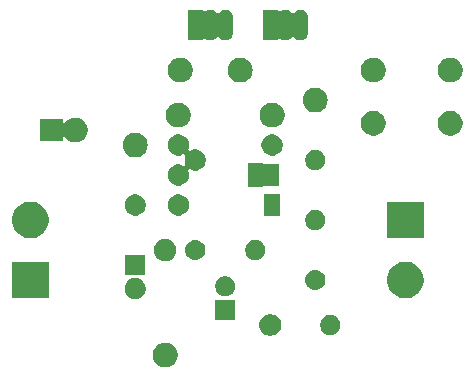
<source format=gbs>
G04 #@! TF.GenerationSoftware,KiCad,Pcbnew,(5.1.2)-2*
G04 #@! TF.CreationDate,2019-08-24T11:53:36+07:00*
G04 #@! TF.ProjectId,siren_sound,73697265-6e5f-4736-9f75-6e642e6b6963,rev?*
G04 #@! TF.SameCoordinates,Original*
G04 #@! TF.FileFunction,Soldermask,Bot*
G04 #@! TF.FilePolarity,Negative*
%FSLAX46Y46*%
G04 Gerber Fmt 4.6, Leading zero omitted, Abs format (unit mm)*
G04 Created by KiCad (PCBNEW (5.1.2)-2) date 2019-08-24 11:53:36*
%MOMM*%
%LPD*%
G04 APERTURE LIST*
%ADD10C,0.100000*%
G04 APERTURE END LIST*
D10*
G36*
X65076564Y-105669389D02*
G01*
X65267833Y-105748615D01*
X65267835Y-105748616D01*
X65439973Y-105863635D01*
X65586365Y-106010027D01*
X65701385Y-106182167D01*
X65780611Y-106373436D01*
X65821000Y-106576484D01*
X65821000Y-106783516D01*
X65780611Y-106986564D01*
X65701385Y-107177833D01*
X65701384Y-107177835D01*
X65586365Y-107349973D01*
X65439973Y-107496365D01*
X65267835Y-107611384D01*
X65267834Y-107611385D01*
X65267833Y-107611385D01*
X65076564Y-107690611D01*
X64873516Y-107731000D01*
X64666484Y-107731000D01*
X64463436Y-107690611D01*
X64272167Y-107611385D01*
X64272166Y-107611385D01*
X64272165Y-107611384D01*
X64100027Y-107496365D01*
X63953635Y-107349973D01*
X63838616Y-107177835D01*
X63838615Y-107177833D01*
X63759389Y-106986564D01*
X63719000Y-106783516D01*
X63719000Y-106576484D01*
X63759389Y-106373436D01*
X63838615Y-106182167D01*
X63953635Y-106010027D01*
X64100027Y-105863635D01*
X64272165Y-105748616D01*
X64272167Y-105748615D01*
X64463436Y-105669389D01*
X64666484Y-105629000D01*
X64873516Y-105629000D01*
X65076564Y-105669389D01*
X65076564Y-105669389D01*
G37*
G36*
X73894667Y-103261892D02*
G01*
X74062621Y-103312840D01*
X74217408Y-103395576D01*
X74353080Y-103506920D01*
X74464424Y-103642592D01*
X74547160Y-103797379D01*
X74598108Y-103965333D01*
X74615311Y-104140000D01*
X74598108Y-104314667D01*
X74547160Y-104482621D01*
X74464424Y-104637408D01*
X74353080Y-104773080D01*
X74217408Y-104884424D01*
X74062621Y-104967160D01*
X73894667Y-105018108D01*
X73763771Y-105031000D01*
X73556229Y-105031000D01*
X73425333Y-105018108D01*
X73257379Y-104967160D01*
X73102592Y-104884424D01*
X72966920Y-104773080D01*
X72855576Y-104637408D01*
X72772840Y-104482621D01*
X72721892Y-104314667D01*
X72704689Y-104140000D01*
X72721892Y-103965333D01*
X72772840Y-103797379D01*
X72855576Y-103642592D01*
X72966920Y-103506920D01*
X73102592Y-103395576D01*
X73257379Y-103312840D01*
X73425333Y-103261892D01*
X73556229Y-103249000D01*
X73763771Y-103249000D01*
X73894667Y-103261892D01*
X73894667Y-103261892D01*
G37*
G36*
X78988228Y-103321703D02*
G01*
X79143100Y-103385853D01*
X79282481Y-103478985D01*
X79401015Y-103597519D01*
X79494147Y-103736900D01*
X79558297Y-103891772D01*
X79591000Y-104056184D01*
X79591000Y-104223816D01*
X79558297Y-104388228D01*
X79494147Y-104543100D01*
X79401015Y-104682481D01*
X79282481Y-104801015D01*
X79143100Y-104894147D01*
X78988228Y-104958297D01*
X78823816Y-104991000D01*
X78656184Y-104991000D01*
X78491772Y-104958297D01*
X78336900Y-104894147D01*
X78197519Y-104801015D01*
X78078985Y-104682481D01*
X77985853Y-104543100D01*
X77921703Y-104388228D01*
X77889000Y-104223816D01*
X77889000Y-104056184D01*
X77921703Y-103891772D01*
X77985853Y-103736900D01*
X78078985Y-103597519D01*
X78197519Y-103478985D01*
X78336900Y-103385853D01*
X78491772Y-103321703D01*
X78656184Y-103289000D01*
X78823816Y-103289000D01*
X78988228Y-103321703D01*
X78988228Y-103321703D01*
G37*
G36*
X70701000Y-103721000D02*
G01*
X68999000Y-103721000D01*
X68999000Y-102019000D01*
X70701000Y-102019000D01*
X70701000Y-103721000D01*
X70701000Y-103721000D01*
G37*
G36*
X62237164Y-100105445D02*
G01*
X62252709Y-100124387D01*
X62271651Y-100139932D01*
X62293262Y-100151483D01*
X62316711Y-100158596D01*
X62339731Y-100163175D01*
X62492812Y-100193624D01*
X62656784Y-100261544D01*
X62804354Y-100360147D01*
X62929853Y-100485646D01*
X63028456Y-100633216D01*
X63096376Y-100797188D01*
X63123720Y-100934659D01*
X63127531Y-100953816D01*
X63131000Y-100971259D01*
X63131000Y-101148741D01*
X63096376Y-101322812D01*
X63028456Y-101486784D01*
X62929853Y-101634354D01*
X62804354Y-101759853D01*
X62656784Y-101858456D01*
X62492812Y-101926376D01*
X62343512Y-101956073D01*
X62318742Y-101961000D01*
X62141258Y-101961000D01*
X62116488Y-101956073D01*
X61967188Y-101926376D01*
X61803216Y-101858456D01*
X61655646Y-101759853D01*
X61530147Y-101634354D01*
X61431544Y-101486784D01*
X61363624Y-101322812D01*
X61329000Y-101148741D01*
X61329000Y-100971259D01*
X61332470Y-100953816D01*
X61336280Y-100934659D01*
X61363624Y-100797188D01*
X61431544Y-100633216D01*
X61530147Y-100485646D01*
X61655646Y-100360147D01*
X61803216Y-100261544D01*
X61967188Y-100193624D01*
X62120269Y-100163175D01*
X62143289Y-100158596D01*
X62166738Y-100151483D01*
X62188349Y-100139932D01*
X62207291Y-100124386D01*
X62222836Y-100105444D01*
X62230000Y-100092042D01*
X62237164Y-100105445D01*
X62237164Y-100105445D01*
G37*
G36*
X85392585Y-98808802D02*
G01*
X85542410Y-98838604D01*
X85824674Y-98955521D01*
X86078705Y-99125259D01*
X86294741Y-99341295D01*
X86464479Y-99595326D01*
X86581396Y-99877590D01*
X86588519Y-99913402D01*
X86637292Y-100158596D01*
X86641000Y-100177240D01*
X86641000Y-100482760D01*
X86581396Y-100782410D01*
X86464479Y-101064674D01*
X86294741Y-101318705D01*
X86078705Y-101534741D01*
X85824674Y-101704479D01*
X85542410Y-101821396D01*
X85392585Y-101851198D01*
X85242761Y-101881000D01*
X84937239Y-101881000D01*
X84787415Y-101851198D01*
X84637590Y-101821396D01*
X84355326Y-101704479D01*
X84101295Y-101534741D01*
X83885259Y-101318705D01*
X83715521Y-101064674D01*
X83598604Y-100782410D01*
X83539000Y-100482760D01*
X83539000Y-100177240D01*
X83542709Y-100158596D01*
X83591481Y-99913402D01*
X83598604Y-99877590D01*
X83715521Y-99595326D01*
X83885259Y-99341295D01*
X84101295Y-99125259D01*
X84355326Y-98955521D01*
X84637590Y-98838604D01*
X84787415Y-98808802D01*
X84937239Y-98779000D01*
X85242761Y-98779000D01*
X85392585Y-98808802D01*
X85392585Y-98808802D01*
G37*
G36*
X54891000Y-101881000D02*
G01*
X51789000Y-101881000D01*
X51789000Y-98779000D01*
X54891000Y-98779000D01*
X54891000Y-101881000D01*
X54891000Y-101881000D01*
G37*
G36*
X70098228Y-100051703D02*
G01*
X70253100Y-100115853D01*
X70392481Y-100208985D01*
X70511015Y-100327519D01*
X70604147Y-100466900D01*
X70668297Y-100621772D01*
X70701000Y-100786184D01*
X70701000Y-100953816D01*
X70668297Y-101118228D01*
X70604147Y-101273100D01*
X70511015Y-101412481D01*
X70392481Y-101531015D01*
X70253100Y-101624147D01*
X70098228Y-101688297D01*
X69933816Y-101721000D01*
X69766184Y-101721000D01*
X69601772Y-101688297D01*
X69446900Y-101624147D01*
X69307519Y-101531015D01*
X69188985Y-101412481D01*
X69095853Y-101273100D01*
X69031703Y-101118228D01*
X68999000Y-100953816D01*
X68999000Y-100786184D01*
X69031703Y-100621772D01*
X69095853Y-100466900D01*
X69188985Y-100327519D01*
X69307519Y-100208985D01*
X69446900Y-100115853D01*
X69601772Y-100051703D01*
X69766184Y-100019000D01*
X69933816Y-100019000D01*
X70098228Y-100051703D01*
X70098228Y-100051703D01*
G37*
G36*
X77636823Y-99491313D02*
G01*
X77797242Y-99539976D01*
X77900794Y-99595326D01*
X77945078Y-99618996D01*
X78074659Y-99725341D01*
X78181004Y-99854922D01*
X78181005Y-99854924D01*
X78260024Y-100002758D01*
X78308687Y-100163177D01*
X78325117Y-100330000D01*
X78308687Y-100496823D01*
X78260024Y-100657242D01*
X78193121Y-100782409D01*
X78181004Y-100805078D01*
X78074659Y-100934659D01*
X77945078Y-101041004D01*
X77945076Y-101041005D01*
X77797242Y-101120024D01*
X77636823Y-101168687D01*
X77511804Y-101181000D01*
X77428196Y-101181000D01*
X77303177Y-101168687D01*
X77142758Y-101120024D01*
X76994924Y-101041005D01*
X76994922Y-101041004D01*
X76865341Y-100934659D01*
X76758996Y-100805078D01*
X76746879Y-100782409D01*
X76679976Y-100657242D01*
X76631313Y-100496823D01*
X76614883Y-100330000D01*
X76631313Y-100163177D01*
X76679976Y-100002758D01*
X76758995Y-99854924D01*
X76758996Y-99854922D01*
X76865341Y-99725341D01*
X76994922Y-99618996D01*
X77039206Y-99595326D01*
X77142758Y-99539976D01*
X77303177Y-99491313D01*
X77428196Y-99479000D01*
X77511804Y-99479000D01*
X77636823Y-99491313D01*
X77636823Y-99491313D01*
G37*
G36*
X63081000Y-99911000D02*
G01*
X62341097Y-99911000D01*
X62316711Y-99913402D01*
X62293262Y-99920515D01*
X62271651Y-99932066D01*
X62252709Y-99947611D01*
X62237164Y-99966553D01*
X62230000Y-99979956D01*
X62222836Y-99966553D01*
X62207290Y-99947611D01*
X62188348Y-99932066D01*
X62166738Y-99920515D01*
X62143289Y-99913402D01*
X62118903Y-99911000D01*
X61379000Y-99911000D01*
X61379000Y-98209000D01*
X63081000Y-98209000D01*
X63081000Y-99911000D01*
X63081000Y-99911000D01*
G37*
G36*
X65047395Y-96875546D02*
G01*
X65220466Y-96947234D01*
X65226572Y-96951314D01*
X65376227Y-97051310D01*
X65508690Y-97183773D01*
X65551284Y-97247520D01*
X65612766Y-97339534D01*
X65684454Y-97512605D01*
X65721000Y-97696333D01*
X65721000Y-97883667D01*
X65684454Y-98067395D01*
X65612766Y-98240466D01*
X65612765Y-98240467D01*
X65508690Y-98396227D01*
X65376227Y-98528690D01*
X65353092Y-98544148D01*
X65220466Y-98632766D01*
X65047395Y-98704454D01*
X64863667Y-98741000D01*
X64676333Y-98741000D01*
X64492605Y-98704454D01*
X64319534Y-98632766D01*
X64186908Y-98544148D01*
X64163773Y-98528690D01*
X64031310Y-98396227D01*
X63927235Y-98240467D01*
X63927234Y-98240466D01*
X63855546Y-98067395D01*
X63819000Y-97883667D01*
X63819000Y-97696333D01*
X63855546Y-97512605D01*
X63927234Y-97339534D01*
X63988716Y-97247520D01*
X64031310Y-97183773D01*
X64163773Y-97051310D01*
X64313428Y-96951314D01*
X64319534Y-96947234D01*
X64492605Y-96875546D01*
X64676333Y-96839000D01*
X64863667Y-96839000D01*
X65047395Y-96875546D01*
X65047395Y-96875546D01*
G37*
G36*
X67476823Y-96951313D02*
G01*
X67637242Y-96999976D01*
X67704361Y-97035852D01*
X67785078Y-97078996D01*
X67914659Y-97185341D01*
X68021004Y-97314922D01*
X68021005Y-97314924D01*
X68100024Y-97462758D01*
X68148687Y-97623177D01*
X68165117Y-97790000D01*
X68148687Y-97956823D01*
X68100024Y-98117242D01*
X68059477Y-98193100D01*
X68021004Y-98265078D01*
X67914659Y-98394659D01*
X67785078Y-98501004D01*
X67785076Y-98501005D01*
X67637242Y-98580024D01*
X67476823Y-98628687D01*
X67351804Y-98641000D01*
X67268196Y-98641000D01*
X67143177Y-98628687D01*
X66982758Y-98580024D01*
X66834924Y-98501005D01*
X66834922Y-98501004D01*
X66705341Y-98394659D01*
X66598996Y-98265078D01*
X66560523Y-98193100D01*
X66519976Y-98117242D01*
X66471313Y-97956823D01*
X66454883Y-97790000D01*
X66471313Y-97623177D01*
X66519976Y-97462758D01*
X66598995Y-97314924D01*
X66598996Y-97314922D01*
X66705341Y-97185341D01*
X66834922Y-97078996D01*
X66915639Y-97035852D01*
X66982758Y-96999976D01*
X67143177Y-96951313D01*
X67268196Y-96939000D01*
X67351804Y-96939000D01*
X67476823Y-96951313D01*
X67476823Y-96951313D01*
G37*
G36*
X72638228Y-96971703D02*
G01*
X72793100Y-97035853D01*
X72932481Y-97128985D01*
X73051015Y-97247519D01*
X73144147Y-97386900D01*
X73208297Y-97541772D01*
X73241000Y-97706184D01*
X73241000Y-97873816D01*
X73208297Y-98038228D01*
X73144147Y-98193100D01*
X73051015Y-98332481D01*
X72932481Y-98451015D01*
X72793100Y-98544147D01*
X72638228Y-98608297D01*
X72473816Y-98641000D01*
X72306184Y-98641000D01*
X72141772Y-98608297D01*
X71986900Y-98544147D01*
X71847519Y-98451015D01*
X71728985Y-98332481D01*
X71635853Y-98193100D01*
X71571703Y-98038228D01*
X71539000Y-97873816D01*
X71539000Y-97706184D01*
X71571703Y-97541772D01*
X71635853Y-97386900D01*
X71728985Y-97247519D01*
X71847519Y-97128985D01*
X71986900Y-97035853D01*
X72141772Y-96971703D01*
X72306184Y-96939000D01*
X72473816Y-96939000D01*
X72638228Y-96971703D01*
X72638228Y-96971703D01*
G37*
G36*
X86641000Y-96801000D02*
G01*
X83539000Y-96801000D01*
X83539000Y-93699000D01*
X86641000Y-93699000D01*
X86641000Y-96801000D01*
X86641000Y-96801000D01*
G37*
G36*
X53642585Y-93728802D02*
G01*
X53792410Y-93758604D01*
X54074674Y-93875521D01*
X54328705Y-94045259D01*
X54544741Y-94261295D01*
X54714479Y-94515326D01*
X54831396Y-94797590D01*
X54891000Y-95097240D01*
X54891000Y-95402760D01*
X54831396Y-95702410D01*
X54714479Y-95984674D01*
X54544741Y-96238705D01*
X54328705Y-96454741D01*
X54074674Y-96624479D01*
X53792410Y-96741396D01*
X53642585Y-96771198D01*
X53492761Y-96801000D01*
X53187239Y-96801000D01*
X53037415Y-96771198D01*
X52887590Y-96741396D01*
X52605326Y-96624479D01*
X52351295Y-96454741D01*
X52135259Y-96238705D01*
X51965521Y-95984674D01*
X51848604Y-95702410D01*
X51789000Y-95402760D01*
X51789000Y-95097240D01*
X51848604Y-94797590D01*
X51965521Y-94515326D01*
X52135259Y-94261295D01*
X52351295Y-94045259D01*
X52605326Y-93875521D01*
X52887590Y-93758604D01*
X53037415Y-93728802D01*
X53187239Y-93699000D01*
X53492761Y-93699000D01*
X53642585Y-93728802D01*
X53642585Y-93728802D01*
G37*
G36*
X77718228Y-94431703D02*
G01*
X77873100Y-94495853D01*
X78012481Y-94588985D01*
X78131015Y-94707519D01*
X78224147Y-94846900D01*
X78288297Y-95001772D01*
X78321000Y-95166184D01*
X78321000Y-95333816D01*
X78288297Y-95498228D01*
X78224147Y-95653100D01*
X78131015Y-95792481D01*
X78012481Y-95911015D01*
X77873100Y-96004147D01*
X77718228Y-96068297D01*
X77553816Y-96101000D01*
X77386184Y-96101000D01*
X77221772Y-96068297D01*
X77066900Y-96004147D01*
X76927519Y-95911015D01*
X76808985Y-95792481D01*
X76715853Y-95653100D01*
X76651703Y-95498228D01*
X76619000Y-95333816D01*
X76619000Y-95166184D01*
X76651703Y-95001772D01*
X76715853Y-94846900D01*
X76808985Y-94707519D01*
X76927519Y-94588985D01*
X77066900Y-94495853D01*
X77221772Y-94431703D01*
X77386184Y-94399000D01*
X77553816Y-94399000D01*
X77718228Y-94431703D01*
X77718228Y-94431703D01*
G37*
G36*
X74505000Y-94881000D02*
G01*
X73135000Y-94881000D01*
X73135000Y-93079000D01*
X74505000Y-93079000D01*
X74505000Y-94881000D01*
X74505000Y-94881000D01*
G37*
G36*
X65993512Y-93083927D02*
G01*
X66142812Y-93113624D01*
X66306784Y-93181544D01*
X66454354Y-93280147D01*
X66579853Y-93405646D01*
X66678456Y-93553216D01*
X66746376Y-93717188D01*
X66781000Y-93891259D01*
X66781000Y-94068741D01*
X66746376Y-94242812D01*
X66678456Y-94406784D01*
X66579853Y-94554354D01*
X66454354Y-94679853D01*
X66306784Y-94778456D01*
X66142812Y-94846376D01*
X65993512Y-94876073D01*
X65968742Y-94881000D01*
X65791258Y-94881000D01*
X65766488Y-94876073D01*
X65617188Y-94846376D01*
X65453216Y-94778456D01*
X65305646Y-94679853D01*
X65180147Y-94554354D01*
X65081544Y-94406784D01*
X65013624Y-94242812D01*
X64979000Y-94068741D01*
X64979000Y-93891259D01*
X65013624Y-93717188D01*
X65081544Y-93553216D01*
X65180147Y-93405646D01*
X65305646Y-93280147D01*
X65453216Y-93181544D01*
X65617188Y-93113624D01*
X65766488Y-93083927D01*
X65791258Y-93079000D01*
X65968742Y-93079000D01*
X65993512Y-93083927D01*
X65993512Y-93083927D01*
G37*
G36*
X62343512Y-93083927D02*
G01*
X62492812Y-93113624D01*
X62656784Y-93181544D01*
X62804354Y-93280147D01*
X62929853Y-93405646D01*
X63028456Y-93553216D01*
X63096376Y-93717188D01*
X63131000Y-93891259D01*
X63131000Y-94068741D01*
X63096376Y-94242812D01*
X63028456Y-94406784D01*
X62929853Y-94554354D01*
X62804354Y-94679853D01*
X62656784Y-94778456D01*
X62492812Y-94846376D01*
X62343512Y-94876073D01*
X62318742Y-94881000D01*
X62141258Y-94881000D01*
X62116488Y-94876073D01*
X61967188Y-94846376D01*
X61803216Y-94778456D01*
X61655646Y-94679853D01*
X61530147Y-94554354D01*
X61431544Y-94406784D01*
X61363624Y-94242812D01*
X61329000Y-94068741D01*
X61329000Y-93891259D01*
X61363624Y-93717188D01*
X61431544Y-93553216D01*
X61530147Y-93405646D01*
X61655646Y-93280147D01*
X61803216Y-93181544D01*
X61967188Y-93113624D01*
X62116488Y-93083927D01*
X62141258Y-93079000D01*
X62318742Y-93079000D01*
X62343512Y-93083927D01*
X62343512Y-93083927D01*
G37*
G36*
X73027611Y-90452389D02*
G01*
X73046553Y-90467934D01*
X73068164Y-90479485D01*
X73091613Y-90486598D01*
X73115999Y-90489000D01*
X74421000Y-90489000D01*
X74421000Y-92391000D01*
X73115999Y-92391000D01*
X73091613Y-92393402D01*
X73068164Y-92400515D01*
X73046553Y-92412066D01*
X73027611Y-92427611D01*
X73016623Y-92441000D01*
X71789000Y-92441000D01*
X71789000Y-90439000D01*
X73016623Y-90439000D01*
X73027611Y-90452389D01*
X73027611Y-90452389D01*
G37*
G36*
X65993512Y-88003927D02*
G01*
X66142812Y-88033624D01*
X66306784Y-88101544D01*
X66454354Y-88200147D01*
X66579853Y-88325646D01*
X66678456Y-88473216D01*
X66746376Y-88637188D01*
X66781000Y-88811259D01*
X66781000Y-88988741D01*
X66746376Y-89162812D01*
X66729150Y-89204400D01*
X66722039Y-89227841D01*
X66719637Y-89252228D01*
X66722039Y-89276614D01*
X66729152Y-89300063D01*
X66740703Y-89321673D01*
X66756249Y-89340615D01*
X66775191Y-89356160D01*
X66796801Y-89367711D01*
X66820250Y-89374824D01*
X66844637Y-89377226D01*
X66869023Y-89374824D01*
X66892466Y-89367713D01*
X67047188Y-89303624D01*
X67196488Y-89273927D01*
X67221258Y-89269000D01*
X67398742Y-89269000D01*
X67423512Y-89273927D01*
X67572812Y-89303624D01*
X67736784Y-89371544D01*
X67884354Y-89470147D01*
X68009853Y-89595646D01*
X68108456Y-89743216D01*
X68176376Y-89907188D01*
X68211000Y-90081259D01*
X68211000Y-90258741D01*
X68176376Y-90432812D01*
X68108456Y-90596784D01*
X68009853Y-90744354D01*
X67884354Y-90869853D01*
X67736784Y-90968456D01*
X67572812Y-91036376D01*
X67437015Y-91063387D01*
X67398742Y-91071000D01*
X67221258Y-91071000D01*
X67182985Y-91063387D01*
X67047188Y-91036376D01*
X66892466Y-90972287D01*
X66869022Y-90965176D01*
X66844636Y-90962774D01*
X66820250Y-90965176D01*
X66796801Y-90972289D01*
X66775190Y-90983840D01*
X66756248Y-90999385D01*
X66740703Y-91018327D01*
X66729152Y-91039938D01*
X66722039Y-91063387D01*
X66719637Y-91087773D01*
X66722039Y-91112159D01*
X66729150Y-91135600D01*
X66746376Y-91177188D01*
X66781000Y-91351259D01*
X66781000Y-91528741D01*
X66746376Y-91702812D01*
X66678456Y-91866784D01*
X66579853Y-92014354D01*
X66454354Y-92139853D01*
X66306784Y-92238456D01*
X66142812Y-92306376D01*
X65993512Y-92336073D01*
X65968742Y-92341000D01*
X65791258Y-92341000D01*
X65766488Y-92336073D01*
X65617188Y-92306376D01*
X65453216Y-92238456D01*
X65305646Y-92139853D01*
X65180147Y-92014354D01*
X65081544Y-91866784D01*
X65013624Y-91702812D01*
X64979000Y-91528741D01*
X64979000Y-91351259D01*
X65013624Y-91177188D01*
X65081544Y-91013216D01*
X65180147Y-90865646D01*
X65305646Y-90740147D01*
X65453216Y-90641544D01*
X65617188Y-90573624D01*
X65766488Y-90543927D01*
X65791258Y-90539000D01*
X65968742Y-90539000D01*
X65993512Y-90543927D01*
X66142812Y-90573624D01*
X66297534Y-90637713D01*
X66320978Y-90644824D01*
X66345364Y-90647226D01*
X66369750Y-90644824D01*
X66393199Y-90637711D01*
X66414810Y-90626160D01*
X66433752Y-90610615D01*
X66449297Y-90591673D01*
X66460848Y-90570062D01*
X66467961Y-90546613D01*
X66470363Y-90522227D01*
X66467961Y-90497841D01*
X66460850Y-90474400D01*
X66443624Y-90432812D01*
X66409000Y-90258741D01*
X66409000Y-90081259D01*
X66443624Y-89907188D01*
X66460850Y-89865600D01*
X66467961Y-89842159D01*
X66470363Y-89817772D01*
X66467961Y-89793386D01*
X66460848Y-89769937D01*
X66449297Y-89748327D01*
X66433751Y-89729385D01*
X66414809Y-89713840D01*
X66393199Y-89702289D01*
X66369750Y-89695176D01*
X66345363Y-89692774D01*
X66320977Y-89695176D01*
X66297534Y-89702287D01*
X66142812Y-89766376D01*
X66007020Y-89793386D01*
X65968742Y-89801000D01*
X65791258Y-89801000D01*
X65752980Y-89793386D01*
X65617188Y-89766376D01*
X65453216Y-89698456D01*
X65305646Y-89599853D01*
X65180147Y-89474354D01*
X65081544Y-89326784D01*
X65013624Y-89162812D01*
X64979000Y-88988741D01*
X64979000Y-88811259D01*
X65013624Y-88637188D01*
X65081544Y-88473216D01*
X65180147Y-88325646D01*
X65305646Y-88200147D01*
X65453216Y-88101544D01*
X65617188Y-88033624D01*
X65766488Y-88003927D01*
X65791258Y-87999000D01*
X65968742Y-87999000D01*
X65993512Y-88003927D01*
X65993512Y-88003927D01*
G37*
G36*
X77718228Y-89351703D02*
G01*
X77873100Y-89415853D01*
X78012481Y-89508985D01*
X78131015Y-89627519D01*
X78224147Y-89766900D01*
X78288297Y-89921772D01*
X78321000Y-90086184D01*
X78321000Y-90253816D01*
X78288297Y-90418228D01*
X78224147Y-90573100D01*
X78131015Y-90712481D01*
X78012481Y-90831015D01*
X77873100Y-90924147D01*
X77718228Y-90988297D01*
X77553816Y-91021000D01*
X77386184Y-91021000D01*
X77221772Y-90988297D01*
X77066900Y-90924147D01*
X76927519Y-90831015D01*
X76808985Y-90712481D01*
X76715853Y-90573100D01*
X76651703Y-90418228D01*
X76619000Y-90253816D01*
X76619000Y-90086184D01*
X76651703Y-89921772D01*
X76715853Y-89766900D01*
X76808985Y-89627519D01*
X76927519Y-89508985D01*
X77066900Y-89415853D01*
X77221772Y-89351703D01*
X77386184Y-89319000D01*
X77553816Y-89319000D01*
X77718228Y-89351703D01*
X77718228Y-89351703D01*
G37*
G36*
X62333097Y-87854069D02*
G01*
X62436032Y-87864207D01*
X62634146Y-87924305D01*
X62634149Y-87924306D01*
X62730975Y-87976061D01*
X62816729Y-88021897D01*
X62976765Y-88153235D01*
X63108103Y-88313271D01*
X63114718Y-88325647D01*
X63205694Y-88495851D01*
X63205695Y-88495854D01*
X63265793Y-88693968D01*
X63286085Y-88900000D01*
X63265793Y-89106032D01*
X63205853Y-89303624D01*
X63205694Y-89304149D01*
X63177893Y-89356160D01*
X63108103Y-89486729D01*
X62976765Y-89646765D01*
X62816729Y-89778103D01*
X62788136Y-89793386D01*
X62634149Y-89875694D01*
X62634146Y-89875695D01*
X62436032Y-89935793D01*
X62333097Y-89945931D01*
X62281631Y-89951000D01*
X62178369Y-89951000D01*
X62126903Y-89945931D01*
X62023968Y-89935793D01*
X61825854Y-89875695D01*
X61825851Y-89875694D01*
X61671864Y-89793386D01*
X61643271Y-89778103D01*
X61483235Y-89646765D01*
X61351897Y-89486729D01*
X61282107Y-89356160D01*
X61254306Y-89304149D01*
X61254147Y-89303624D01*
X61194207Y-89106032D01*
X61173915Y-88900000D01*
X61194207Y-88693968D01*
X61254305Y-88495854D01*
X61254306Y-88495851D01*
X61345282Y-88325647D01*
X61351897Y-88313271D01*
X61483235Y-88153235D01*
X61643271Y-88021897D01*
X61729025Y-87976061D01*
X61825851Y-87924306D01*
X61825854Y-87924305D01*
X62023968Y-87864207D01*
X62126903Y-87854069D01*
X62178369Y-87849000D01*
X62281631Y-87849000D01*
X62333097Y-87854069D01*
X62333097Y-87854069D01*
G37*
G36*
X73933512Y-88003927D02*
G01*
X74082812Y-88033624D01*
X74246784Y-88101544D01*
X74394354Y-88200147D01*
X74519853Y-88325646D01*
X74618456Y-88473216D01*
X74686376Y-88637188D01*
X74721000Y-88811259D01*
X74721000Y-88988741D01*
X74686376Y-89162812D01*
X74618456Y-89326784D01*
X74519853Y-89474354D01*
X74394354Y-89599853D01*
X74246784Y-89698456D01*
X74082812Y-89766376D01*
X73947020Y-89793386D01*
X73908742Y-89801000D01*
X73731258Y-89801000D01*
X73692980Y-89793386D01*
X73557188Y-89766376D01*
X73393216Y-89698456D01*
X73245646Y-89599853D01*
X73120147Y-89474354D01*
X73021544Y-89326784D01*
X72953624Y-89162812D01*
X72919000Y-88988741D01*
X72919000Y-88811259D01*
X72953624Y-88637188D01*
X73021544Y-88473216D01*
X73120147Y-88325646D01*
X73245646Y-88200147D01*
X73393216Y-88101544D01*
X73557188Y-88033624D01*
X73706488Y-88003927D01*
X73731258Y-87999000D01*
X73908742Y-87999000D01*
X73933512Y-88003927D01*
X73933512Y-88003927D01*
G37*
G36*
X57456564Y-86619389D02*
G01*
X57647833Y-86698615D01*
X57647835Y-86698616D01*
X57819973Y-86813635D01*
X57966365Y-86960027D01*
X57993112Y-87000056D01*
X58081385Y-87132167D01*
X58160611Y-87323436D01*
X58201000Y-87526484D01*
X58201000Y-87733516D01*
X58160611Y-87936564D01*
X58092274Y-88101544D01*
X58081384Y-88127835D01*
X57966365Y-88299973D01*
X57819973Y-88446365D01*
X57647835Y-88561384D01*
X57647834Y-88561385D01*
X57647833Y-88561385D01*
X57456564Y-88640611D01*
X57253516Y-88681000D01*
X57046484Y-88681000D01*
X56843436Y-88640611D01*
X56652167Y-88561385D01*
X56652166Y-88561385D01*
X56652165Y-88561384D01*
X56480027Y-88446365D01*
X56333633Y-88299971D01*
X56329932Y-88294432D01*
X56314387Y-88275490D01*
X56295446Y-88259945D01*
X56273835Y-88248393D01*
X56250386Y-88241280D01*
X56226000Y-88238878D01*
X56201614Y-88241280D01*
X56178165Y-88248393D01*
X56156554Y-88259944D01*
X56137612Y-88275489D01*
X56122067Y-88294430D01*
X56110515Y-88316041D01*
X56103402Y-88339490D01*
X56101000Y-88363877D01*
X56101000Y-88581000D01*
X54199000Y-88581000D01*
X54199000Y-86679000D01*
X56101000Y-86679000D01*
X56101000Y-86896123D01*
X56103402Y-86920509D01*
X56110515Y-86943958D01*
X56122066Y-86965569D01*
X56137611Y-86984511D01*
X56156553Y-87000056D01*
X56178164Y-87011607D01*
X56201613Y-87018720D01*
X56225999Y-87021122D01*
X56250385Y-87018720D01*
X56273834Y-87011607D01*
X56295445Y-87000056D01*
X56314387Y-86984511D01*
X56329932Y-86965568D01*
X56333633Y-86960029D01*
X56480027Y-86813635D01*
X56585089Y-86743435D01*
X56652165Y-86698616D01*
X56652167Y-86698615D01*
X56843436Y-86619389D01*
X57046484Y-86579000D01*
X57253516Y-86579000D01*
X57456564Y-86619389D01*
X57456564Y-86619389D01*
G37*
G36*
X89201565Y-86039389D02*
G01*
X89392834Y-86118615D01*
X89392836Y-86118616D01*
X89564974Y-86233635D01*
X89711366Y-86380027D01*
X89767152Y-86463516D01*
X89826386Y-86552167D01*
X89905612Y-86743436D01*
X89946001Y-86946484D01*
X89946001Y-87153516D01*
X89905612Y-87356564D01*
X89835229Y-87526484D01*
X89826385Y-87547835D01*
X89711366Y-87719973D01*
X89564974Y-87866365D01*
X89392836Y-87981384D01*
X89392835Y-87981385D01*
X89392834Y-87981385D01*
X89201565Y-88060611D01*
X88998517Y-88101000D01*
X88791485Y-88101000D01*
X88588437Y-88060611D01*
X88397168Y-87981385D01*
X88397167Y-87981385D01*
X88397166Y-87981384D01*
X88225028Y-87866365D01*
X88078636Y-87719973D01*
X87963617Y-87547835D01*
X87954773Y-87526484D01*
X87884390Y-87356564D01*
X87844001Y-87153516D01*
X87844001Y-86946484D01*
X87884390Y-86743436D01*
X87963616Y-86552167D01*
X88022851Y-86463516D01*
X88078636Y-86380027D01*
X88225028Y-86233635D01*
X88397166Y-86118616D01*
X88397168Y-86118615D01*
X88588437Y-86039389D01*
X88791485Y-85999000D01*
X88998517Y-85999000D01*
X89201565Y-86039389D01*
X89201565Y-86039389D01*
G37*
G36*
X82701565Y-86039389D02*
G01*
X82892834Y-86118615D01*
X82892836Y-86118616D01*
X83064974Y-86233635D01*
X83211366Y-86380027D01*
X83267152Y-86463516D01*
X83326386Y-86552167D01*
X83405612Y-86743436D01*
X83446001Y-86946484D01*
X83446001Y-87153516D01*
X83405612Y-87356564D01*
X83335229Y-87526484D01*
X83326385Y-87547835D01*
X83211366Y-87719973D01*
X83064974Y-87866365D01*
X82892836Y-87981384D01*
X82892835Y-87981385D01*
X82892834Y-87981385D01*
X82701565Y-88060611D01*
X82498517Y-88101000D01*
X82291485Y-88101000D01*
X82088437Y-88060611D01*
X81897168Y-87981385D01*
X81897167Y-87981385D01*
X81897166Y-87981384D01*
X81725028Y-87866365D01*
X81578636Y-87719973D01*
X81463617Y-87547835D01*
X81454773Y-87526484D01*
X81384390Y-87356564D01*
X81344001Y-87153516D01*
X81344001Y-86946484D01*
X81384390Y-86743436D01*
X81463616Y-86552167D01*
X81522851Y-86463516D01*
X81578636Y-86380027D01*
X81725028Y-86233635D01*
X81897166Y-86118616D01*
X81897168Y-86118615D01*
X82088437Y-86039389D01*
X82291485Y-85999000D01*
X82498517Y-85999000D01*
X82701565Y-86039389D01*
X82701565Y-86039389D01*
G37*
G36*
X66186564Y-85349389D02*
G01*
X66377833Y-85428615D01*
X66377835Y-85428616D01*
X66475912Y-85494149D01*
X66549973Y-85543635D01*
X66696365Y-85690027D01*
X66811385Y-85862167D01*
X66890611Y-86053436D01*
X66931000Y-86256484D01*
X66931000Y-86463516D01*
X66890611Y-86666564D01*
X66829692Y-86813635D01*
X66811384Y-86857835D01*
X66696365Y-87029973D01*
X66549973Y-87176365D01*
X66377835Y-87291384D01*
X66377834Y-87291385D01*
X66377833Y-87291385D01*
X66186564Y-87370611D01*
X65983516Y-87411000D01*
X65776484Y-87411000D01*
X65573436Y-87370611D01*
X65382167Y-87291385D01*
X65382166Y-87291385D01*
X65382165Y-87291384D01*
X65210027Y-87176365D01*
X65063635Y-87029973D01*
X64948616Y-86857835D01*
X64930308Y-86813635D01*
X64869389Y-86666564D01*
X64829000Y-86463516D01*
X64829000Y-86256484D01*
X64869389Y-86053436D01*
X64948615Y-85862167D01*
X65063635Y-85690027D01*
X65210027Y-85543635D01*
X65284088Y-85494149D01*
X65382165Y-85428616D01*
X65382167Y-85428615D01*
X65573436Y-85349389D01*
X65776484Y-85309000D01*
X65983516Y-85309000D01*
X66186564Y-85349389D01*
X66186564Y-85349389D01*
G37*
G36*
X74126564Y-85349389D02*
G01*
X74317833Y-85428615D01*
X74317835Y-85428616D01*
X74415912Y-85494149D01*
X74489973Y-85543635D01*
X74636365Y-85690027D01*
X74751385Y-85862167D01*
X74830611Y-86053436D01*
X74871000Y-86256484D01*
X74871000Y-86463516D01*
X74830611Y-86666564D01*
X74769692Y-86813635D01*
X74751384Y-86857835D01*
X74636365Y-87029973D01*
X74489973Y-87176365D01*
X74317835Y-87291384D01*
X74317834Y-87291385D01*
X74317833Y-87291385D01*
X74126564Y-87370611D01*
X73923516Y-87411000D01*
X73716484Y-87411000D01*
X73513436Y-87370611D01*
X73322167Y-87291385D01*
X73322166Y-87291385D01*
X73322165Y-87291384D01*
X73150027Y-87176365D01*
X73003635Y-87029973D01*
X72888616Y-86857835D01*
X72870308Y-86813635D01*
X72809389Y-86666564D01*
X72769000Y-86463516D01*
X72769000Y-86256484D01*
X72809389Y-86053436D01*
X72888615Y-85862167D01*
X73003635Y-85690027D01*
X73150027Y-85543635D01*
X73224088Y-85494149D01*
X73322165Y-85428616D01*
X73322167Y-85428615D01*
X73513436Y-85349389D01*
X73716484Y-85309000D01*
X73923516Y-85309000D01*
X74126564Y-85349389D01*
X74126564Y-85349389D01*
G37*
G36*
X77573097Y-84044069D02*
G01*
X77676032Y-84054207D01*
X77874146Y-84114305D01*
X77874149Y-84114306D01*
X77970975Y-84166061D01*
X78056729Y-84211897D01*
X78216765Y-84343235D01*
X78348103Y-84503271D01*
X78393939Y-84589025D01*
X78445694Y-84685851D01*
X78445695Y-84685854D01*
X78505793Y-84883968D01*
X78526085Y-85090000D01*
X78505793Y-85296032D01*
X78445695Y-85494146D01*
X78445694Y-85494149D01*
X78419243Y-85543635D01*
X78348103Y-85676729D01*
X78216765Y-85836765D01*
X78056729Y-85968103D01*
X77998924Y-85999000D01*
X77874149Y-86065694D01*
X77874146Y-86065695D01*
X77676032Y-86125793D01*
X77573097Y-86135931D01*
X77521631Y-86141000D01*
X77418369Y-86141000D01*
X77366903Y-86135931D01*
X77263968Y-86125793D01*
X77065854Y-86065695D01*
X77065851Y-86065694D01*
X76941076Y-85999000D01*
X76883271Y-85968103D01*
X76723235Y-85836765D01*
X76591897Y-85676729D01*
X76520757Y-85543635D01*
X76494306Y-85494149D01*
X76494305Y-85494146D01*
X76434207Y-85296032D01*
X76413915Y-85090000D01*
X76434207Y-84883968D01*
X76494305Y-84685854D01*
X76494306Y-84685851D01*
X76546061Y-84589025D01*
X76591897Y-84503271D01*
X76723235Y-84343235D01*
X76883271Y-84211897D01*
X76969025Y-84166061D01*
X77065851Y-84114306D01*
X77065854Y-84114305D01*
X77263968Y-84054207D01*
X77366903Y-84044069D01*
X77418369Y-84039000D01*
X77521631Y-84039000D01*
X77573097Y-84044069D01*
X77573097Y-84044069D01*
G37*
G36*
X66346564Y-81539389D02*
G01*
X66537833Y-81618615D01*
X66537835Y-81618616D01*
X66709973Y-81733635D01*
X66856365Y-81880027D01*
X66911988Y-81963272D01*
X66971385Y-82052167D01*
X67050611Y-82243436D01*
X67091000Y-82446484D01*
X67091000Y-82653516D01*
X67050611Y-82856564D01*
X67010191Y-82954146D01*
X66971384Y-83047835D01*
X66856365Y-83219973D01*
X66709973Y-83366365D01*
X66537835Y-83481384D01*
X66537834Y-83481385D01*
X66537833Y-83481385D01*
X66346564Y-83560611D01*
X66143516Y-83601000D01*
X65936484Y-83601000D01*
X65733436Y-83560611D01*
X65542167Y-83481385D01*
X65542166Y-83481385D01*
X65542165Y-83481384D01*
X65370027Y-83366365D01*
X65223635Y-83219973D01*
X65108616Y-83047835D01*
X65069809Y-82954146D01*
X65029389Y-82856564D01*
X64989000Y-82653516D01*
X64989000Y-82446484D01*
X65029389Y-82243436D01*
X65108615Y-82052167D01*
X65168013Y-81963272D01*
X65223635Y-81880027D01*
X65370027Y-81733635D01*
X65542165Y-81618616D01*
X65542167Y-81618615D01*
X65733436Y-81539389D01*
X65936484Y-81499000D01*
X66143516Y-81499000D01*
X66346564Y-81539389D01*
X66346564Y-81539389D01*
G37*
G36*
X89201565Y-81539389D02*
G01*
X89392834Y-81618615D01*
X89392836Y-81618616D01*
X89564974Y-81733635D01*
X89711366Y-81880027D01*
X89766989Y-81963272D01*
X89826386Y-82052167D01*
X89905612Y-82243436D01*
X89946001Y-82446484D01*
X89946001Y-82653516D01*
X89905612Y-82856564D01*
X89865192Y-82954146D01*
X89826385Y-83047835D01*
X89711366Y-83219973D01*
X89564974Y-83366365D01*
X89392836Y-83481384D01*
X89392835Y-83481385D01*
X89392834Y-83481385D01*
X89201565Y-83560611D01*
X88998517Y-83601000D01*
X88791485Y-83601000D01*
X88588437Y-83560611D01*
X88397168Y-83481385D01*
X88397167Y-83481385D01*
X88397166Y-83481384D01*
X88225028Y-83366365D01*
X88078636Y-83219973D01*
X87963617Y-83047835D01*
X87924810Y-82954146D01*
X87884390Y-82856564D01*
X87844001Y-82653516D01*
X87844001Y-82446484D01*
X87884390Y-82243436D01*
X87963616Y-82052167D01*
X88023014Y-81963272D01*
X88078636Y-81880027D01*
X88225028Y-81733635D01*
X88397166Y-81618616D01*
X88397168Y-81618615D01*
X88588437Y-81539389D01*
X88791485Y-81499000D01*
X88998517Y-81499000D01*
X89201565Y-81539389D01*
X89201565Y-81539389D01*
G37*
G36*
X71223097Y-81504069D02*
G01*
X71326032Y-81514207D01*
X71524146Y-81574305D01*
X71524149Y-81574306D01*
X71607045Y-81618615D01*
X71706729Y-81671897D01*
X71866765Y-81803235D01*
X71998103Y-81963271D01*
X72043939Y-82049025D01*
X72095694Y-82145851D01*
X72095695Y-82145854D01*
X72155793Y-82343968D01*
X72176085Y-82550000D01*
X72155793Y-82756032D01*
X72125296Y-82856565D01*
X72095694Y-82954149D01*
X72045619Y-83047833D01*
X71998103Y-83136729D01*
X71866765Y-83296765D01*
X71706729Y-83428103D01*
X71620975Y-83473939D01*
X71524149Y-83525694D01*
X71524146Y-83525695D01*
X71326032Y-83585793D01*
X71223097Y-83595931D01*
X71171631Y-83601000D01*
X71068369Y-83601000D01*
X71016903Y-83595931D01*
X70913968Y-83585793D01*
X70715854Y-83525695D01*
X70715851Y-83525694D01*
X70619025Y-83473939D01*
X70533271Y-83428103D01*
X70373235Y-83296765D01*
X70241897Y-83136729D01*
X70194381Y-83047833D01*
X70144306Y-82954149D01*
X70114704Y-82856565D01*
X70084207Y-82756032D01*
X70063915Y-82550000D01*
X70084207Y-82343968D01*
X70144305Y-82145854D01*
X70144306Y-82145851D01*
X70196061Y-82049025D01*
X70241897Y-81963271D01*
X70373235Y-81803235D01*
X70533271Y-81671897D01*
X70632955Y-81618615D01*
X70715851Y-81574306D01*
X70715854Y-81574305D01*
X70913968Y-81514207D01*
X71016903Y-81504069D01*
X71068369Y-81499000D01*
X71171631Y-81499000D01*
X71223097Y-81504069D01*
X71223097Y-81504069D01*
G37*
G36*
X82701565Y-81539389D02*
G01*
X82892834Y-81618615D01*
X82892836Y-81618616D01*
X83064974Y-81733635D01*
X83211366Y-81880027D01*
X83266989Y-81963272D01*
X83326386Y-82052167D01*
X83405612Y-82243436D01*
X83446001Y-82446484D01*
X83446001Y-82653516D01*
X83405612Y-82856564D01*
X83365192Y-82954146D01*
X83326385Y-83047835D01*
X83211366Y-83219973D01*
X83064974Y-83366365D01*
X82892836Y-83481384D01*
X82892835Y-83481385D01*
X82892834Y-83481385D01*
X82701565Y-83560611D01*
X82498517Y-83601000D01*
X82291485Y-83601000D01*
X82088437Y-83560611D01*
X81897168Y-83481385D01*
X81897167Y-83481385D01*
X81897166Y-83481384D01*
X81725028Y-83366365D01*
X81578636Y-83219973D01*
X81463617Y-83047835D01*
X81424810Y-82954146D01*
X81384390Y-82856564D01*
X81344001Y-82653516D01*
X81344001Y-82446484D01*
X81384390Y-82243436D01*
X81463616Y-82052167D01*
X81523014Y-81963272D01*
X81578636Y-81880027D01*
X81725028Y-81733635D01*
X81897166Y-81618616D01*
X81897168Y-81618615D01*
X82088437Y-81539389D01*
X82291485Y-81499000D01*
X82498517Y-81499000D01*
X82701565Y-81539389D01*
X82701565Y-81539389D01*
G37*
G36*
X76327618Y-77448420D02*
G01*
X76418404Y-77475960D01*
X76450336Y-77485646D01*
X76563425Y-77546094D01*
X76662554Y-77627446D01*
X76743906Y-77726575D01*
X76804354Y-77839664D01*
X76804355Y-77839668D01*
X76841580Y-77962382D01*
X76851000Y-78058027D01*
X76851000Y-79421973D01*
X76841580Y-79517618D01*
X76814040Y-79608404D01*
X76804354Y-79640336D01*
X76743906Y-79753425D01*
X76662554Y-79852553D01*
X76563424Y-79933906D01*
X76450335Y-79994354D01*
X76418403Y-80004040D01*
X76327617Y-80031580D01*
X76200000Y-80044149D01*
X76072382Y-80031580D01*
X75981596Y-80004040D01*
X75949664Y-79994354D01*
X75836575Y-79933906D01*
X75737446Y-79852554D01*
X75661626Y-79760166D01*
X75644299Y-79742839D01*
X75623924Y-79729225D01*
X75601285Y-79719847D01*
X75577252Y-79715067D01*
X75552748Y-79715067D01*
X75528715Y-79719847D01*
X75506076Y-79729225D01*
X75485702Y-79742838D01*
X75468374Y-79760166D01*
X75392554Y-79852553D01*
X75293424Y-79933906D01*
X75180335Y-79994354D01*
X75148403Y-80004040D01*
X75057617Y-80031580D01*
X74930000Y-80044149D01*
X74802382Y-80031580D01*
X74711596Y-80004040D01*
X74679664Y-79994354D01*
X74566575Y-79933906D01*
X74515297Y-79891824D01*
X74494923Y-79878210D01*
X74472284Y-79868833D01*
X74448250Y-79864053D01*
X74423746Y-79864053D01*
X74399713Y-79868834D01*
X74377074Y-79878211D01*
X74356700Y-79891825D01*
X74339373Y-79909152D01*
X74325759Y-79929526D01*
X74316382Y-79952165D01*
X74311000Y-79988450D01*
X74311000Y-80041000D01*
X73009000Y-80041000D01*
X73009000Y-77439000D01*
X74311000Y-77439000D01*
X74311000Y-77491551D01*
X74313402Y-77515937D01*
X74320515Y-77539386D01*
X74332066Y-77560997D01*
X74347611Y-77579939D01*
X74366553Y-77595484D01*
X74388164Y-77607035D01*
X74411613Y-77614148D01*
X74435999Y-77616550D01*
X74460385Y-77614148D01*
X74483834Y-77607035D01*
X74515297Y-77588177D01*
X74566576Y-77546094D01*
X74679665Y-77485646D01*
X74711597Y-77475960D01*
X74802383Y-77448420D01*
X74930000Y-77435851D01*
X75057618Y-77448420D01*
X75148404Y-77475960D01*
X75180336Y-77485646D01*
X75293425Y-77546094D01*
X75392554Y-77627446D01*
X75468375Y-77719835D01*
X75485702Y-77737162D01*
X75506077Y-77750776D01*
X75528716Y-77760154D01*
X75552749Y-77764934D01*
X75577253Y-77764934D01*
X75601286Y-77760154D01*
X75623925Y-77750776D01*
X75644299Y-77737163D01*
X75661627Y-77719835D01*
X75737448Y-77627446D01*
X75836576Y-77546094D01*
X75949665Y-77485646D01*
X75981597Y-77475960D01*
X76072383Y-77448420D01*
X76200000Y-77435851D01*
X76327618Y-77448420D01*
X76327618Y-77448420D01*
G37*
G36*
X69977618Y-77448420D02*
G01*
X70068404Y-77475960D01*
X70100336Y-77485646D01*
X70213425Y-77546094D01*
X70312554Y-77627446D01*
X70393906Y-77726575D01*
X70454354Y-77839664D01*
X70454355Y-77839668D01*
X70491580Y-77962382D01*
X70501000Y-78058027D01*
X70501000Y-79421973D01*
X70491580Y-79517618D01*
X70464040Y-79608404D01*
X70454354Y-79640336D01*
X70393906Y-79753425D01*
X70312554Y-79852553D01*
X70213424Y-79933906D01*
X70100335Y-79994354D01*
X70068403Y-80004040D01*
X69977617Y-80031580D01*
X69850000Y-80044149D01*
X69722382Y-80031580D01*
X69631596Y-80004040D01*
X69599664Y-79994354D01*
X69486575Y-79933906D01*
X69387446Y-79852554D01*
X69311626Y-79760166D01*
X69294299Y-79742839D01*
X69273924Y-79729225D01*
X69251285Y-79719847D01*
X69227252Y-79715067D01*
X69202748Y-79715067D01*
X69178715Y-79719847D01*
X69156076Y-79729225D01*
X69135702Y-79742838D01*
X69118374Y-79760166D01*
X69042554Y-79852553D01*
X68943424Y-79933906D01*
X68830335Y-79994354D01*
X68798403Y-80004040D01*
X68707617Y-80031580D01*
X68580000Y-80044149D01*
X68452382Y-80031580D01*
X68361596Y-80004040D01*
X68329664Y-79994354D01*
X68216575Y-79933906D01*
X68165297Y-79891824D01*
X68144923Y-79878210D01*
X68122284Y-79868833D01*
X68098250Y-79864053D01*
X68073746Y-79864053D01*
X68049713Y-79868834D01*
X68027074Y-79878211D01*
X68006700Y-79891825D01*
X67989373Y-79909152D01*
X67975759Y-79929526D01*
X67966382Y-79952165D01*
X67961000Y-79988450D01*
X67961000Y-80041000D01*
X66659000Y-80041000D01*
X66659000Y-77439000D01*
X67961000Y-77439000D01*
X67961000Y-77491551D01*
X67963402Y-77515937D01*
X67970515Y-77539386D01*
X67982066Y-77560997D01*
X67997611Y-77579939D01*
X68016553Y-77595484D01*
X68038164Y-77607035D01*
X68061613Y-77614148D01*
X68085999Y-77616550D01*
X68110385Y-77614148D01*
X68133834Y-77607035D01*
X68165297Y-77588177D01*
X68216576Y-77546094D01*
X68329665Y-77485646D01*
X68361597Y-77475960D01*
X68452383Y-77448420D01*
X68580000Y-77435851D01*
X68707618Y-77448420D01*
X68798404Y-77475960D01*
X68830336Y-77485646D01*
X68943425Y-77546094D01*
X69042554Y-77627446D01*
X69118375Y-77719835D01*
X69135702Y-77737162D01*
X69156077Y-77750776D01*
X69178716Y-77760154D01*
X69202749Y-77764934D01*
X69227253Y-77764934D01*
X69251286Y-77760154D01*
X69273925Y-77750776D01*
X69294299Y-77737163D01*
X69311627Y-77719835D01*
X69387448Y-77627446D01*
X69486576Y-77546094D01*
X69599665Y-77485646D01*
X69631597Y-77475960D01*
X69722383Y-77448420D01*
X69850000Y-77435851D01*
X69977618Y-77448420D01*
X69977618Y-77448420D01*
G37*
M02*

</source>
